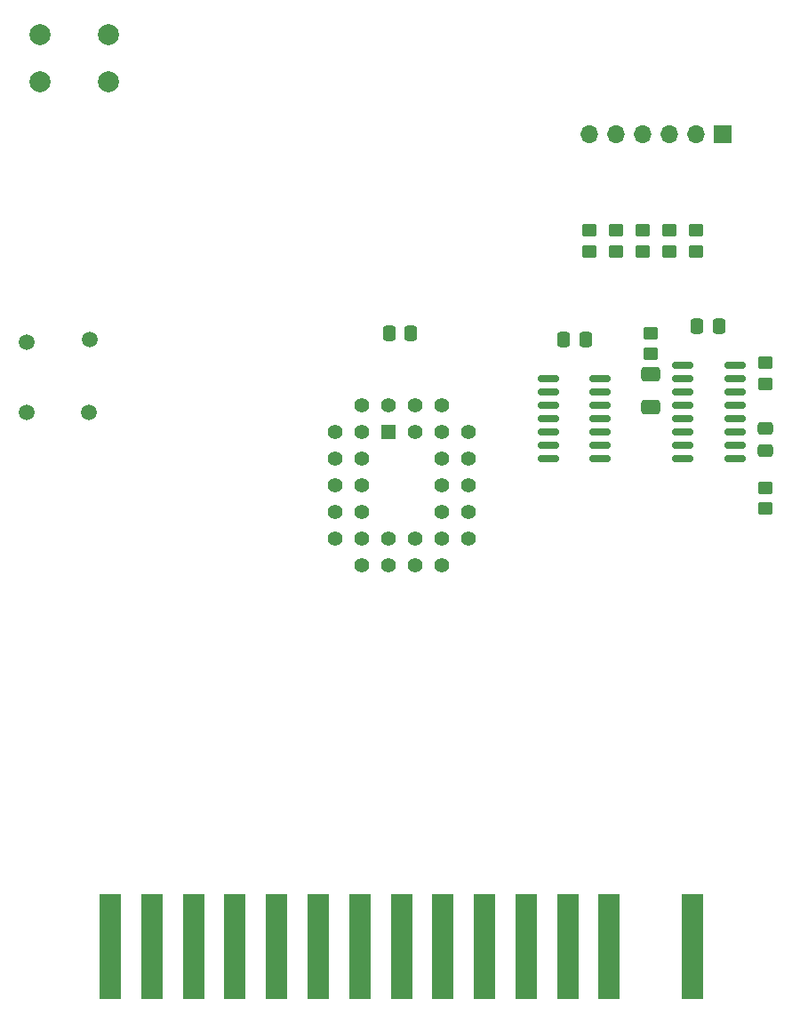
<source format=gbr>
G04 #@! TF.GenerationSoftware,KiCad,Pcbnew,8.0.2*
G04 #@! TF.CreationDate,2025-01-06T21:48:36+01:00*
G04 #@! TF.ProjectId,multicartridge-smd-top-dipswitch,6d756c74-6963-4617-9274-72696467652d,rev?*
G04 #@! TF.SameCoordinates,Original*
G04 #@! TF.FileFunction,Soldermask,Bot*
G04 #@! TF.FilePolarity,Negative*
%FSLAX46Y46*%
G04 Gerber Fmt 4.6, Leading zero omitted, Abs format (unit mm)*
G04 Created by KiCad (PCBNEW 8.0.2) date 2025-01-06 21:48:36*
%MOMM*%
%LPD*%
G01*
G04 APERTURE LIST*
G04 Aperture macros list*
%AMRoundRect*
0 Rectangle with rounded corners*
0 $1 Rounding radius*
0 $2 $3 $4 $5 $6 $7 $8 $9 X,Y pos of 4 corners*
0 Add a 4 corners polygon primitive as box body*
4,1,4,$2,$3,$4,$5,$6,$7,$8,$9,$2,$3,0*
0 Add four circle primitives for the rounded corners*
1,1,$1+$1,$2,$3*
1,1,$1+$1,$4,$5*
1,1,$1+$1,$6,$7*
1,1,$1+$1,$8,$9*
0 Add four rect primitives between the rounded corners*
20,1,$1+$1,$2,$3,$4,$5,0*
20,1,$1+$1,$4,$5,$6,$7,0*
20,1,$1+$1,$6,$7,$8,$9,0*
20,1,$1+$1,$8,$9,$2,$3,0*%
G04 Aperture macros list end*
%ADD10RoundRect,0.250000X-0.650000X0.412500X-0.650000X-0.412500X0.650000X-0.412500X0.650000X0.412500X0*%
%ADD11RoundRect,0.250000X-0.475000X0.337500X-0.475000X-0.337500X0.475000X-0.337500X0.475000X0.337500X0*%
%ADD12RoundRect,0.150000X0.825000X0.150000X-0.825000X0.150000X-0.825000X-0.150000X0.825000X-0.150000X0*%
%ADD13RoundRect,0.250000X0.450000X-0.350000X0.450000X0.350000X-0.450000X0.350000X-0.450000X-0.350000X0*%
%ADD14RoundRect,0.250000X-0.450000X0.350000X-0.450000X-0.350000X0.450000X-0.350000X0.450000X0.350000X0*%
%ADD15RoundRect,0.250000X-0.337500X-0.475000X0.337500X-0.475000X0.337500X0.475000X-0.337500X0.475000X0*%
%ADD16RoundRect,0.250000X0.337500X0.475000X-0.337500X0.475000X-0.337500X-0.475000X0.337500X-0.475000X0*%
%ADD17C,2.000000*%
%ADD18C,1.500000*%
%ADD19R,1.700000X1.700000*%
%ADD20O,1.700000X1.700000*%
%ADD21R,1.422400X1.422400*%
%ADD22C,1.422400*%
%ADD23R,2.000000X10.000000*%
G04 APERTURE END LIST*
D10*
X106934000Y-84709000D03*
X106934000Y-87834000D03*
D11*
X117856000Y-89894500D03*
X117856000Y-91969500D03*
D12*
X102108000Y-85090000D03*
X102108000Y-86360000D03*
X102108000Y-87630000D03*
X102108000Y-88900000D03*
X102108000Y-90170000D03*
X102108000Y-91440000D03*
X102108000Y-92710000D03*
X97158000Y-92710000D03*
X97158000Y-91440000D03*
X97158000Y-90170000D03*
X97158000Y-88900000D03*
X97158000Y-87630000D03*
X97158000Y-86360000D03*
X97158000Y-85090000D03*
X114935000Y-83820000D03*
X114935000Y-85090000D03*
X114935000Y-86360000D03*
X114935000Y-87630000D03*
X114935000Y-88900000D03*
X114935000Y-90170000D03*
X114935000Y-91440000D03*
X114935000Y-92710000D03*
X109985000Y-92710000D03*
X109985000Y-91440000D03*
X109985000Y-90170000D03*
X109985000Y-88900000D03*
X109985000Y-87630000D03*
X109985000Y-86360000D03*
X109985000Y-85090000D03*
X109985000Y-83820000D03*
D13*
X101092000Y-73009000D03*
X101092000Y-71009000D03*
X103632000Y-73009000D03*
X103632000Y-71009000D03*
X106172000Y-73009000D03*
X106172000Y-71009000D03*
X108712000Y-73009000D03*
X108712000Y-71009000D03*
X111252000Y-73009000D03*
X111252000Y-71009000D03*
D14*
X117856000Y-95504000D03*
X117856000Y-97504000D03*
X106934000Y-80772000D03*
X106934000Y-82772000D03*
D13*
X117856000Y-85598000D03*
X117856000Y-83598000D03*
D15*
X98636000Y-81407000D03*
X100711000Y-81407000D03*
X111336000Y-80137000D03*
X113411000Y-80137000D03*
D16*
X84074000Y-80772000D03*
X81999000Y-80772000D03*
D17*
X48747000Y-52345000D03*
X55247000Y-52345000D03*
X48747000Y-56845000D03*
X55247000Y-56845000D03*
D18*
X47498000Y-81661000D03*
X47498000Y-88370000D03*
X53445000Y-88370000D03*
X53467000Y-81407000D03*
D19*
X113792000Y-61849000D03*
D20*
X111252000Y-61849000D03*
X108712000Y-61849000D03*
X106172000Y-61849000D03*
X103632000Y-61849000D03*
X101092000Y-61849000D03*
D21*
X81915000Y-90170000D03*
D22*
X84455000Y-87630000D03*
X84455000Y-90170000D03*
X86995000Y-87630000D03*
X89535000Y-90170000D03*
X86995000Y-90170000D03*
X89535000Y-92710000D03*
X86995000Y-92710000D03*
X89535000Y-95250000D03*
X86995000Y-95250000D03*
X89535000Y-97790000D03*
X86995000Y-97790000D03*
X89535000Y-100330000D03*
X86995000Y-102870000D03*
X86995000Y-100330000D03*
X84455000Y-102870000D03*
X84455000Y-100330000D03*
X81915000Y-102870000D03*
X81915000Y-100330000D03*
X79375000Y-102870000D03*
X76835000Y-100330000D03*
X79375000Y-100330000D03*
X76835000Y-97790000D03*
X79375000Y-97790000D03*
X76835000Y-95250000D03*
X79375000Y-95250000D03*
X76835000Y-92710000D03*
X79375000Y-92710000D03*
X76835000Y-90170000D03*
X79375000Y-87630000D03*
X79375000Y-90170000D03*
X81915000Y-87630000D03*
D23*
X55465000Y-139192000D03*
X59425000Y-139192000D03*
X63385000Y-139192000D03*
X67345000Y-139192000D03*
X71305000Y-139192000D03*
X75265000Y-139192000D03*
X79225000Y-139192000D03*
X83185000Y-139192000D03*
X87145000Y-139192000D03*
X91105000Y-139192000D03*
X95065000Y-139192000D03*
X99025000Y-139192000D03*
X102985000Y-139192000D03*
X110905000Y-139192000D03*
M02*

</source>
